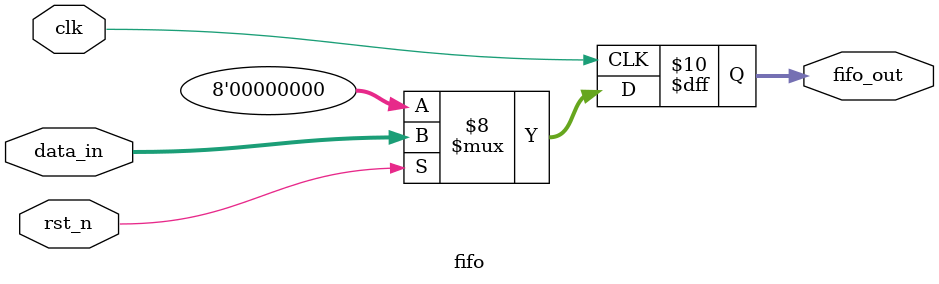
<source format=v>
/* 
 * every clock cycle shift the last index out and 
 * and put the new data into first index, like a fifo
 */
`include "params.vh"
module fifo #(
    parameter FIFO_SIZE = 1,
    parameter DATA_WIDTH = 8
) (
    input  wire                         clk,
    input  wire                         rst_n,
    input  wire signed [DATA_WIDTH-1:0] data_in,
    output reg  signed [DATA_WIDTH*FIFO_SIZE-1:0] fifo_out
);

integer i;
always @(posedge clk) begin
    if (~rst_n) begin
        for (i = 0 ; i < FIFO_SIZE ; i = i + 1) begin
            fifo_out <= {DATA_WIDTH*FIFO_SIZE{1'b0}};
        end
    end else begin
        for (i = 0 ; i < FIFO_SIZE ; i = i + 1) begin
            fifo_out[(i*DATA_WIDTH)+:DATA_WIDTH] <= i == 0 ? data_in : fifo_out[((i-1)*DATA_WIDTH)+:DATA_WIDTH];
        end
    end
end

endmodule
</source>
